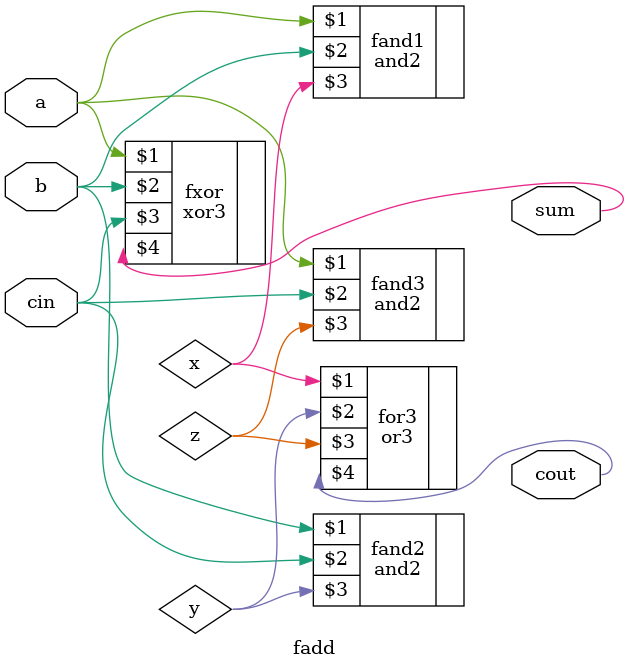
<source format=v>
module ser_add(input wire clk,reset,mode, input wire[15:0] in1,in2, output wire sum);
	wire[15:0] reg1in,reg1out,reg2in,reg2out,sh1,sh2,mx1,mx2;
	wire regcout;
	wire cout;
	wire s1,s2,cin,cout;


	rshift r1(reg1out,sh1,s1);
	rshift r2(reg2out,sh2,s2);


	mux15 m1(sh1,in1,mode,mx1);
	mux15 m2(sh2,in2,mode,mx2);
	mux2 mcin(mode,regcout,mode,cin);


	fadd fa(s1,s2,cin,sum,cout);
	register reg1(clk,reset,mx1,reg1out);
	register reg2(clk,reset,mx2,reg2out);
	dfrl c(clk,reset,1'b1,cout,regcout);
endmodule

module register(input wire clk,reset, input wire [15:0] in, output wire [15:0] out);
	dfrl df0(clk,reset,1'b1,in[0],out[0]);
	dfrl df1(clk,reset,1'b1,in[1],out[1]);
	dfrl df2(clk,reset,1'b1,in[2],out[2]);
	dfrl df3(clk,reset,1'b1,in[3],out[3]);
	dfrl df4(clk,reset,1'b1,in[4],out[4]);
	dfrl df5(clk,reset,1'b1,in[5],out[5]);
	dfrl df6(clk,reset,1'b1,in[6],out[6]);
	dfrl df7(clk,reset,1'b1,in[7],out[7]);
	dfrl df8(clk,reset,1'b1,in[8],out[8]);
	dfrl df9(clk,reset,1'b1,in[9],out[9]);
	dfrl df10(clk,reset,1'b1,in[10],out[10]);
	dfrl df11(clk,reset,1'b1,in[11],out[11]);
	dfrl df12(clk,reset,1'b1,in[12],out[12]);
	dfrl df13(clk,reset,1'b1,in[13],out[13]);
	dfrl df14(clk,reset,1'b1,in[14],out[14]);
	dfrl df15(clk,reset,1'b1,in[15],out[15]);
endmodule

module mux15(input wire[15:0] in1, in2,input wire sel, output wire[15:0] out);
	mux2 m0(in1[0],in2[0],sel,out[0]);
	mux2 m1(in1[1],in2[1],sel,out[1]);
	mux2 m2(in1[2],in2[2],sel,out[2]);
	mux2 m3(in1[3],in2[3],sel,out[3]);
	mux2 m4(in1[4],in2[4],sel,out[4]);
	mux2 m5(in1[5],in2[5],sel,out[5]);
	mux2 m6(in1[6],in2[6],sel,out[6]);
	mux2 m7(in1[7],in2[7],sel,out[7]);
	mux2 m8(in1[8],in2[8],sel,out[8]);
	mux2 m9(in1[9],in2[9],sel,out[9]);
	mux2 m10(in1[10],in2[10],sel,out[10]);
	mux2 m11(in1[11],in2[11],sel,out[11]);
	mux2 m12(in1[12],in2[12],sel,out[12]);
	mux2 m13(in1[13],in2[13],sel,out[13]);
	mux2 m14(in1[14],in2[14],sel,out[14]);
	mux2 m15(in1[15],in2[15],sel,out[15]);
endmodule

module rshift(input wire[15:0] in, output wire[15:0] out, shft);
	assign shft=in[0];
	assign out[0]=in[1];
	assign out[1]=in[2];
	assign out[2]=in[3];
	assign out[3]=in[4];
	assign out[4]=in[5];
	assign out[5]=in[6];
	assign out[6]=in[7];
	assign out[7]=in[8];
	assign out[8]=in[9];
	assign out[9]=in[10];
	assign out[10]=in[11];
	assign out[11]=in[12];
	assign out[12]=in[13];
	assign out[13]=in[14];
	assign out[14]=in[15];
	assign out[15]=in[15];
endmodule

module fadd(input wire a, b, cin, output wire sum, cout);
	wire x,y,z;
	xor3 fxor(a,b,cin,sum);
	and2 fand1(a,b,x);
	and2 fand2(b,cin,y);
	and2 fand3(a,cin,z);
	or3 for3(x,y,z,cout);
endmodule
</source>
